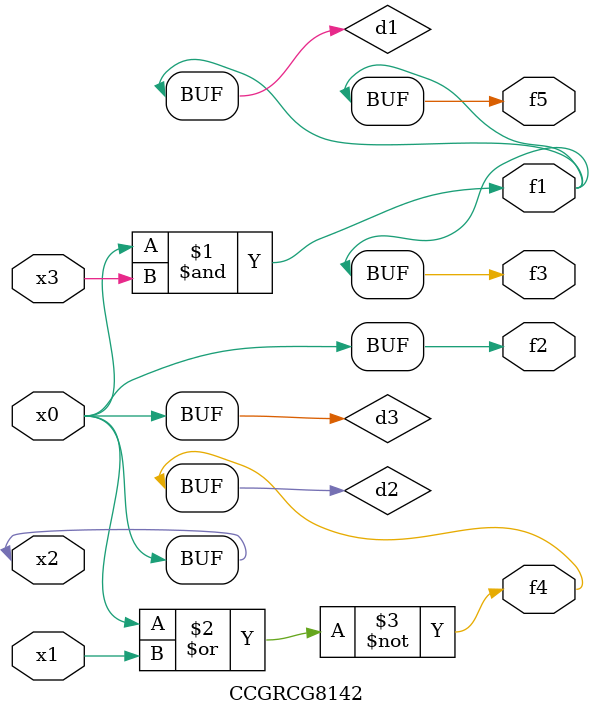
<source format=v>
module CCGRCG8142(
	input x0, x1, x2, x3,
	output f1, f2, f3, f4, f5
);

	wire d1, d2, d3;

	and (d1, x2, x3);
	nor (d2, x0, x1);
	buf (d3, x0, x2);
	assign f1 = d1;
	assign f2 = d3;
	assign f3 = d1;
	assign f4 = d2;
	assign f5 = d1;
endmodule

</source>
